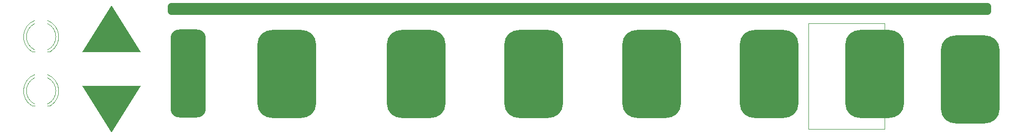
<source format=gto>
G04 #@! TF.GenerationSoftware,KiCad,Pcbnew,8.0.7*
G04 #@! TF.CreationDate,2025-06-18T23:32:32-07:00*
G04 #@! TF.ProjectId,ESP32_MIDI_v3a,45535033-325f-44d4-9944-495f7633612e,rev?*
G04 #@! TF.SameCoordinates,Original*
G04 #@! TF.FileFunction,Legend,Top*
G04 #@! TF.FilePolarity,Positive*
%FSLAX46Y46*%
G04 Gerber Fmt 4.6, Leading zero omitted, Abs format (unit mm)*
G04 Created by KiCad (PCBNEW 8.0.7) date 2025-06-18 23:32:32*
%MOMM*%
%LPD*%
G01*
G04 APERTURE LIST*
G04 Aperture macros list*
%AMRoundRect*
0 Rectangle with rounded corners*
0 $1 Rounding radius*
0 $2 $3 $4 $5 $6 $7 $8 $9 X,Y pos of 4 corners*
0 Add a 4 corners polygon primitive as box body*
4,1,4,$2,$3,$4,$5,$6,$7,$8,$9,$2,$3,0*
0 Add four circle primitives for the rounded corners*
1,1,$1+$1,$2,$3*
1,1,$1+$1,$4,$5*
1,1,$1+$1,$6,$7*
1,1,$1+$1,$8,$9*
0 Add four rect primitives between the rounded corners*
20,1,$1+$1,$2,$3,$4,$5,0*
20,1,$1+$1,$4,$5,$6,$7,0*
20,1,$1+$1,$6,$7,$8,$9,0*
20,1,$1+$1,$8,$9,$2,$3,0*%
%AMOutline4P*
0 Free polygon, 4 corners , with rotation*
0 The origin of the aperture is its center*
0 number of corners: always 4*
0 $1 to $8 corner X, Y*
0 $9 Rotation angle, in degrees counterclockwise*
0 create outline with 4 corners*
4,1,4,$1,$2,$3,$4,$5,$6,$7,$8,$1,$2,$9*%
G04 Aperture macros list end*
%ADD10C,0.120000*%
%ADD11RoundRect,2.500000X2.500000X-5.000000X2.500000X5.000000X-2.500000X5.000000X-2.500000X-5.000000X0*%
%ADD12Outline4P,-5.000000X-4.000000X5.000000X-4.000000X0.000000X4.000000X0.000000X4.000000X0.000000*%
%ADD13Outline4P,-5.000000X-4.000000X5.000000X-4.000000X0.000000X4.000000X0.000000X4.000000X180.000000*%
%ADD14RoundRect,1.500000X1.500000X-6.000000X1.500000X6.000000X-1.500000X6.000000X-1.500000X-6.000000X0*%
%ADD15RoundRect,0.500000X-69.500000X-0.500000X69.500000X-0.500000X69.500000X0.500000X-69.500000X0.500000X0*%
G04 APERTURE END LIST*
D10*
X169500000Y-89500000D02*
X182500000Y-89500000D01*
X169500000Y-107500000D02*
X169500000Y-89500000D01*
X169500000Y-107500000D02*
X182500000Y-107500000D01*
X182500000Y-107500000D02*
X182500000Y-89500000D01*
X37455000Y-94321500D02*
X37920000Y-94321500D01*
X40080000Y-94321500D02*
X40545000Y-94321500D01*
X37455170Y-94321500D02*
G75*
G02*
X37919173Y-88973685I1544830J2560000D01*
G01*
X37920000Y-94016184D02*
G75*
G02*
X37919571Y-89507021I1080000J2254684D01*
G01*
X40080429Y-89507021D02*
G75*
G02*
X40080000Y-94016184I-1080429J-2254479D01*
G01*
X40080827Y-88973685D02*
G75*
G02*
X40544830Y-94321500I-1080827J-2787815D01*
G01*
X37455000Y-103561500D02*
X37920000Y-103561500D01*
X40080000Y-103561500D02*
X40545000Y-103561500D01*
X37455170Y-103561500D02*
G75*
G02*
X37919173Y-98213685I1544830J2560000D01*
G01*
X37920000Y-103256184D02*
G75*
G02*
X37919571Y-98747021I1080000J2254684D01*
G01*
X40080429Y-98747021D02*
G75*
G02*
X40080000Y-103256184I-1080429J-2254479D01*
G01*
X40080827Y-98213685D02*
G75*
G02*
X40544830Y-103561500I-1080827J-2787815D01*
G01*
D11*
X122793423Y-98078000D03*
D12*
X51000000Y-90424000D03*
D11*
X80793423Y-98078000D03*
D13*
X51000000Y-104140000D03*
D11*
X142793423Y-98078000D03*
D14*
X64000000Y-98000000D03*
D11*
X102793423Y-98078000D03*
X180793423Y-98078000D03*
X197000000Y-99000000D03*
D15*
X130556000Y-87000000D03*
D11*
X162793423Y-98078000D03*
M02*

</source>
